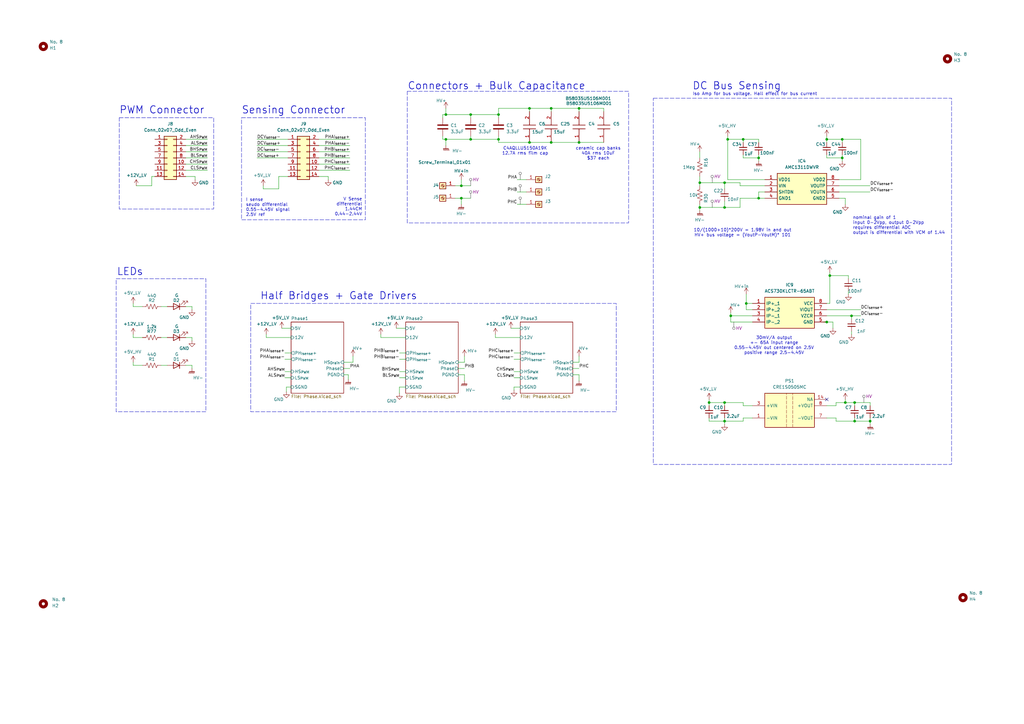
<source format=kicad_sch>
(kicad_sch (version 20231120) (generator "eeschema") (generator_version "8.0")
  (paper "A3")
  (title_block (title "High Efficiency Inverter"))
  (lib_symbols
    (symbol "ACS730KLCTR-30AB-T:ACS730KLCTR-30AB-T"
      (property "Reference" "IC" (at 26.67 7.62 0))
      (property "Value" "ACS730KLCTR-30AB-T" (at 26.67 5.08 0))
      (symbol "ACS730KLCTR-30AB-T_1_1"
        (pin passive line (at 0 0 0) (length 5.08) (name "IP+_1") (number "1"))
        (pin passive line (at 0 -2.54 0) (length 5.08) (name "IP+_2") (number "2"))
        (pin passive line (at 0 -5.08 0) (length 5.08) (name "IP-_1") (number "3"))
        (pin passive line (at 0 -7.62 0) (length 5.08) (name "IP-_2") (number "4"))
        (pin passive line (at 30.48 -7.62 180) (length 5.08) (name "GND") (number "5"))
        (pin passive line (at 30.48 -5.08 180) (length 5.08) (name "VZCR") (number "6"))
        (pin passive line (at 30.48 -2.54 180) (length 5.08) (name "VIOUT") (number "7"))
        (pin passive line (at 30.48 0 180) (length 5.08) (name "VCC") (number "8"))
      )
    )
    (symbol "AMC1311DWVR:AMC1311DWVR"
      (property "Reference" "IC" (at 26.67 7.62 0))
      (property "Value" "AMC1311DWVR" (at 26.67 5.08 0))
      (symbol "AMC1311DWVR_1_1"
        (pin passive line (at 0 0 0) (length 5.08) (name "VDD1") (number "1"))
        (pin passive line (at 0 -2.54 0) (length 5.08) (name "VIN") (number "2"))
        (pin passive line (at 0 -5.08 0) (length 5.08) (name "SHTDN") (number "3"))
        (pin passive line (at 0 -7.62 0) (length 5.08) (name "GND1") (number "4"))
        (pin passive line (at 30.48 -7.62 180) (length 5.08) (name "GND2") (number "5"))
        (pin passive line (at 30.48 -5.08 180) (length 5.08) (name "VOUTN") (number "6"))
        (pin passive line (at 30.48 -2.54 180) (length 5.08) (name "VOUTP") (number "7"))
        (pin passive line (at 30.48 0 180) (length 5.08) (name "VDD2") (number "8"))
      )
    )
    (symbol "B58035U5106M001:B58035U5106M001" (pin_names hide)
      (property "Reference" "C" (at 8.89 6.35 0))
      (property "Value" "B58035U5106M001" (at 8.89 3.81 0))
      (symbol "B58035U5106M001_1_1"
        (pin passive line (at 0 0 0) (length 5.08) (name "1") (number "1"))
        (pin passive line (at 12.7 0 180) (length 5.08) (name "2") (number "2"))
      )
    )
    (symbol "C4AQLLU5150A19K:C4AQLLU5150A19K" (pin_names hide)
      (property "Reference" "C" (at 8.89 6.35 0))
      (property "Value" "C4AQLLU5150A19K" (at 8.89 3.81 0))
      (symbol "C4AQLLU5150A19K_1_1"
        (pin passive line (at 0 0 0) (length 5.08) (name "1") (number "1"))
        (pin passive line (at 12.7 0 180) (length 5.08) (name "2") (number "2"))
      )
    )
    (symbol "CRE1S0505MC:CRE1S0505MC"
      (property "Reference" "PS1" (at 15.24 7.62 0))
      (property "Value" "CRE1S0505MC" (at 15.24 5.08 0))
      (symbol "CRE1S0505MC_1_1"
        (pin passive line (at 0 -7.62 0) (length 5.08) (name "-VIN") (number "1"))
        (pin passive line (at 30.48 0 180) (length 5.08) (name "NA") (number "14"))
        (pin passive line (at 0 -2.54 0) (length 5.08) (name "+VIN") (number "3"))
        (pin passive line (at 30.48 -7.62 180) (length 5.08) (name "-VOUT") (number "7"))
        (pin passive line (at 30.48 -2.54 180) (length 5.08) (name "+VOUT") (number "8"))
      )
    )
    (symbol "Connector:Screw_Terminal_01x01" (pin_names (offset 1.016) hide)
      (property "Reference" "J" (at 0 2.54 0))
      (property "Value" "Screw_Terminal_01x01" (at 0 -2.54 0))
      (symbol "Screw_Terminal_01x01_1_1"
        (pin passive line (at -5.08 0 0) (length 3.81) (name "Pin_1") (number "1"))
      )
    )
    (symbol "Connector_Generic:Conn_02x07_Odd_Even" (pin_names (offset 1.016) hide)
      (property "Reference" "J" (at 1.27 10.16 0))
      (property "Value" "Conn_02x07_Odd_Even" (at 1.27 -10.16 0))
      (symbol "Conn_02x07_Odd_Even_1_1"
        (pin passive line (at -5.08 7.62 0) (length 3.81) (name "Pin_1") (number "1"))
        (pin passive line (at 7.62 -2.54 180) (length 3.81) (name "Pin_10") (number "10"))
        (pin passive line (at -5.08 -5.08 0) (length 3.81) (name "Pin_11") (number "11"))
        (pin passive line (at 7.62 -5.08 180) (length 3.81) (name "Pin_12") (number "12"))
        (pin passive line (at -5.08 -7.62 0) (length 3.81) (name "Pin_13") (number "13"))
        (pin passive line (at 7.62 -7.62 180) (length 3.81) (name "Pin_14") (number "14"))
        (pin passive line (at 7.62 7.62 180) (length 3.81) (name "Pin_2") (number "2"))
        (pin passive line (at -5.08 5.08 0) (length 3.81) (name "Pin_3") (number "3"))
        (pin passive line (at 7.62 5.08 180) (length 3.81) (name "Pin_4") (number "4"))
        (pin passive line (at -5.08 2.54 0) (length 3.81) (name "Pin_5") (number "5"))
        (pin passive line (at 7.62 2.54 180) (length 3.81) (name "Pin_6") (number "6"))
        (pin passive line (at -5.08 0 0) (length 3.81) (name "Pin_7") (number "7"))
        (pin passive line (at 7.62 0 180) (length 3.81) (name "Pin_8") (number "8"))
        (pin passive line (at -5.08 -2.54 0) (length 3.81) (name "Pin_9") (number "9"))
      )
    )
    (symbol "Device:C" (pin_numbers hide) (pin_names (offset 0.254))
      (property "Reference" "C" (at 0.635 2.54 0))
      (property "Value" "C" (at 0.635 -2.54 0))
      (symbol "C_1_1"
        (pin passive line (at 0 3.81 270) (length 2.794) (name "~") (number "1"))
        (pin passive line (at 0 -3.81 90) (length 2.794) (name "~") (number "2"))
      )
    )
    (symbol "Device:C_Small" (pin_numbers hide) (pin_names (offset 0.254) hide)
      (property "Reference" "C" (at 0.254 1.778 0))
      (property "Value" "C_Small" (at 0.254 -2.032 0))
      (symbol "C_Small_1_1"
        (pin passive line (at 0 2.54 270) (length 2.032) (name "~") (number "1"))
        (pin passive line (at 0 -2.54 90) (length 2.032) (name "~") (number "2"))
      )
    )
    (symbol "Device:LED" (pin_numbers hide) (pin_names (offset 1.016) hide)
      (property "Reference" "D" (at 0 2.54 0))
      (property "Value" "LED" (at 0 -2.54 0))
      (symbol "LED_1_1"
        (pin passive line (at -3.81 0 0) (length 2.54) (name "K") (number "1"))
        (pin passive line (at 3.81 0 180) (length 2.54) (name "A") (number "2"))
      )
    )
    (symbol "Device:R_US" (pin_numbers hide) (pin_names (offset 0))
      (property "Reference" "R" (at 2.54 0 90))
      (property "Value" "R_US" (at -2.54 0 90))
      (symbol "R_US_1_1"
        (pin passive line (at 0 3.81 270) (length 1.27) (name "~") (number "1"))
        (pin passive line (at 0 -3.81 90) (length 1.27) (name "~") (number "2"))
      )
    )
    (symbol "Mechanical:MountingHole" (pin_names (offset 1.016))
      (property "Reference" "H" (at 0 5.08 0))
      (property "Value" "MountingHole" (at 0 3.175 0))
    )
    (symbol "power:+5V" (power) (pin_names (offset 0))
      (property "Value" "+5V" (at 0 3.556 0))
      (symbol "+5V_1_1"
        (pin power_in line (at 0 0 90) (length 0) hide (name "+5V") (number "1"))
      )
    )
    (symbol "power:GND" (power) (pin_names (offset 0))
      (property "Value" "GND" (at 0 -3.81 0))
      (symbol "GND_1_1"
        (pin power_in line (at 0 0 270) (length 0) hide (name "GND") (number "1"))
      )
    )
    (symbol "power:GNDPWR" (power) (pin_names (offset 0))
      (property "Value" "GNDPWR" (at 0 -3.302 0))
      (symbol "GNDPWR_1_1"
        (pin power_in line (at 0 0 270) (length 0) hide (name "GNDPWR") (number "1"))
      )
    )
    (symbol "power:VDC" (power) (pin_names (offset 0))
      (property "Value" "VDC" (at 0 6.35 0))
      (symbol "VDC_1_1"
        (pin power_in line (at 0 0 90) (length 0) hide (name "VDC") (number "1"))
      )
    )
  )
  (junction (at 298.45 57.15))
  (junction (at 193.04 57.15))
  (junction (at 297.18 85.09))
  (junction (at 350.52 172.72))
  (junction (at 346.71 165.1))
  (junction (at 297.18 172.72))
  (junction (at 204.47 57.15))
  (junction (at 189.23 76.2))
  (junction (at 356.87 172.72))
  (junction (at 339.09 57.15))
  (junction (at 193.04 46.99))
  (junction (at 349.25 129.54))
  (junction (at 345.44 57.15))
  (junction (at 350.52 165.1))
  (junction (at 339.09 132.08))
  (junction (at 237.49 44.45))
  (junction (at 204.47 46.99))
  (junction (at 297.18 74.93))
  (junction (at 287.02 74.93))
  (junction (at 226.06 58.42))
  (junction (at 217.17 58.42))
  (junction (at 217.17 44.45))
  (junction (at 287.02 85.09))
  (junction (at 311.15 64.77))
  (junction (at 340.36 113.03))
  (junction (at 345.44 64.77))
  (junction (at 304.8 57.15))
  (junction (at 182.88 57.15))
  (junction (at 182.88 46.99))
  (junction (at 189.23 81.28))
  (junction (at 226.06 44.45))
  (junction (at 237.49 58.42))
  (junction (at 299.72 129.54))
  (junction (at 290.83 165.1))
  (junction (at 311.15 81.28))
  (junction (at 297.18 165.1))
  (junction (at 306.07 124.46))
  (no_connect (at 339.09 163.83))
  (wire (pts (xy 54.61 124.46) (xy 54.61 125.73)))
  (wire (pts (xy 297.18 82.55) (xy 297.18 85.09)))
  (wire (pts (xy 190.5 153.67) (xy 187.96 153.67)))
  (wire (pts (xy 217.17 44.45) (xy 217.17 45.72)))
  (wire (pts (xy 204.47 44.45) (xy 217.17 44.45)))
  (wire (pts (xy 297.18 165.1) (xy 304.8 165.1)))
  (wire (pts (xy 353.06 73.66) (xy 353.06 57.15)))
  (wire (pts (xy 287.02 74.93) (xy 287.02 76.2)))
  (wire (pts (xy 80.01 72.39) (xy 80.01 73.66)))
  (wire (pts (xy 342.9 171.45) (xy 342.9 172.72)))
  (wire (pts (xy 76.2 57.15) (xy 85.09 57.15)))
  (wire (pts (xy 303.53 81.28) (xy 303.53 85.09)))
  (wire (pts (xy 68.58 125.73) (xy 66.04 125.73)))
  (wire (pts (xy 340.36 113.03) (xy 340.36 124.46)))
  (wire (pts (xy 313.69 78.74) (xy 311.15 78.74)))
  (wire (pts (xy 297.18 166.37) (xy 297.18 165.1)))
  (wire (pts (xy 130.81 64.77) (xy 143.51 64.77)))
  (wire (pts (xy 134.62 72.39) (xy 134.62 73.66)))
  (wire (pts (xy 346.71 163.83) (xy 346.71 165.1)))
  (wire (pts (xy 190.5 156.21) (xy 190.5 153.67)))
  (wire (pts (xy 142.875 153.67) (xy 140.97 153.67)))
  (wire (pts (xy 182.88 44.45) (xy 182.88 46.99)))
  (wire (pts (xy 193.04 55.88) (xy 193.04 57.15)))
  (wire (pts (xy 54.61 149.86) (xy 58.42 149.86)))
  (wire (pts (xy 78.74 151.13) (xy 78.74 149.86)))
  (wire (pts (xy 290.83 172.72) (xy 297.18 172.72)))
  (wire (pts (xy 297.18 172.72) (xy 297.18 171.45)))
  (wire (pts (xy 78.74 138.43) (xy 76.2 138.43)))
  (wire (pts (xy 181.61 46.99) (xy 181.61 48.26)))
  (wire (pts (xy 54.61 125.73) (xy 58.42 125.73)))
  (wire (pts (xy 341.63 132.08) (xy 341.63 134.62)))
  (wire (pts (xy 237.49 58.42) (xy 247.65 58.42)))
  (wire (pts (xy 339.09 64.77) (xy 345.44 64.77)))
  (wire (pts (xy 78.74 125.73) (xy 76.2 125.73)))
  (wire (pts (xy 105.41 59.69) (xy 118.11 59.69)))
  (wire (pts (xy 234.95 151.13) (xy 237.49 151.13)))
  (wire (pts (xy 212.1253 78.74) (xy 215.9 78.74)))
  (wire (pts (xy 350.52 172.72) (xy 356.87 172.72)))
  (wire (pts (xy 163.83 152.4) (xy 166.37 152.4)))
  (wire (pts (xy 306.07 120.65) (xy 306.07 124.46)))
  (wire (pts (xy 162.56 134.62) (xy 166.37 134.62)))
  (wire (pts (xy 210.82 158.75) (xy 210.82 160.02)))
  (wire (pts (xy 342.9 166.37) (xy 342.9 165.1)))
  (wire (pts (xy 339.09 124.46) (xy 340.36 124.46)))
  (wire (pts (xy 345.44 64.77) (xy 345.44 66.04)))
  (wire (pts (xy 54.61 137.16) (xy 54.61 138.43)))
  (wire (pts (xy 163.83 158.75) (xy 166.37 158.75)))
  (wire (pts (xy 181.61 57.15) (xy 182.88 57.15)))
  (wire (pts (xy 237.49 153.67) (xy 234.95 153.67)))
  (wire (pts (xy 142.875 155.575) (xy 142.875 153.67)))
  (wire (pts (xy 62.23 72.39) (xy 62.23 76.2)))
  (wire (pts (xy 226.06 44.45) (xy 226.06 45.72)))
  (wire (pts (xy 109.22 138.43) (xy 119.38 138.43)))
  (wire (pts (xy 193.04 46.99) (xy 193.04 48.26)))
  (wire (pts (xy 340.36 111.76) (xy 340.36 113.03)))
  (wire (pts (xy 298.45 57.15) (xy 298.45 73.66)))
  (wire (pts (xy 76.2 62.23) (xy 85.09 62.23)))
  (wire (pts (xy 350.52 165.1) (xy 350.52 166.37)))
  (wire (pts (xy 189.23 81.28) (xy 189.23 83.82)))
  (wire (pts (xy 210.82 144.78) (xy 213.36 144.78)))
  (wire (pts (xy 193.04 46.99) (xy 204.47 46.99)))
  (wire (pts (xy 298.45 57.15) (xy 304.8 57.15)))
  (wire (pts (xy 187.96 151.13) (xy 190.5 151.13)))
  (wire (pts (xy 181.61 46.99) (xy 182.88 46.99)))
  (wire (pts (xy 287.02 85.09) (xy 297.18 85.09)))
  (wire (pts (xy 76.2 64.77) (xy 85.09 64.77)))
  (wire (pts (xy 130.81 59.69) (xy 143.51 59.69)))
  (wire (pts (xy 344.17 76.2) (xy 356.87 76.2)))
  (wire (pts (xy 297.18 74.93) (xy 303.53 74.93)))
  (wire (pts (xy 54.61 148.59) (xy 54.61 149.86)))
  (wire (pts (xy 189.23 81.28) (xy 193.04 81.28)))
  (wire (pts (xy 306.07 127) (xy 308.61 127)))
  (wire (pts (xy 114.3 77.47) (xy 107.95 77.47)))
  (wire (pts (xy 299.72 128.27) (xy 299.72 129.54)))
  (wire (pts (xy 80.01 72.39) (xy 76.2 72.39)))
  (wire (pts (xy 78.74 139.7) (xy 78.74 138.43)))
  (wire (pts (xy 297.18 85.09) (xy 303.53 85.09)))
  (wire (pts (xy 347.98 113.03) (xy 340.36 113.03)))
  (wire (pts (xy 297.18 172.72) (xy 304.8 172.72)))
  (wire (pts (xy 226.06 58.42) (xy 237.49 58.42)))
  (wire (pts (xy 237.49 148.59) (xy 234.95 148.59)))
  (wire (pts (xy 144.78 148.59) (xy 140.97 148.59)))
  (wire (pts (xy 130.81 62.23) (xy 143.51 62.23)))
  (wire (pts (xy 356.87 172.72) (xy 356.87 173.99)))
  (wire (pts (xy 212.09 73.66) (xy 215.9 73.66)))
  (wire (pts (xy 105.41 62.23) (xy 118.11 62.23)))
  (wire (pts (xy 290.83 165.1) (xy 297.18 165.1)))
  (wire (pts (xy 209.55 134.62) (xy 213.36 134.62)))
  (wire (pts (xy 298.45 73.66) (xy 313.69 73.66)))
  (wire (pts (xy 130.81 72.39) (xy 134.62 72.39)))
  (wire (pts (xy 287.02 83.82) (xy 287.02 85.09)))
  (wire (pts (xy 339.09 166.37) (xy 342.9 166.37)))
  (wire (pts (xy 311.15 58.42) (xy 311.15 57.15)))
  (wire (pts (xy 344.17 81.28) (xy 346.71 81.28)))
  (wire (pts (xy 190.5 148.59) (xy 187.96 148.59)))
  (wire (pts (xy 189.23 76.2) (xy 193.04 76.2)))
  (wire (pts (xy 115.57 134.62) (xy 119.38 134.62)))
  (wire (pts (xy 116.84 144.78) (xy 119.38 144.78)))
  (wire (pts (xy 76.2 67.31) (xy 85.09 67.31)))
  (wire (pts (xy 78.74 127) (xy 78.74 125.73)))
  (wire (pts (xy 109.22 137.16) (xy 109.22 138.43)))
  (wire (pts (xy 311.15 64.77) (xy 311.15 63.5)))
  (wire (pts (xy 350.52 165.1) (xy 356.87 165.1)))
  (wire (pts (xy 105.41 64.77) (xy 118.11 64.77)))
  (wire (pts (xy 163.83 147.32) (xy 166.37 147.32)))
  (wire (pts (xy 290.83 163.83) (xy 290.83 165.1)))
  (wire (pts (xy 311.15 78.74) (xy 311.15 81.28)))
  (wire (pts (xy 287.02 74.93) (xy 297.18 74.93)))
  (wire (pts (xy 117.475 158.75) (xy 119.38 158.75)))
  (wire (pts (xy 156.21 137.16) (xy 156.21 138.43)))
  (wire (pts (xy 304.8 57.15) (xy 311.15 57.15)))
  (wire (pts (xy 344.17 78.74) (xy 356.87 78.74)))
  (wire (pts (xy 213.36 138.43) (xy 203.2 138.43)))
  (wire (pts (xy 337.82 132.08) (xy 339.09 132.08)))
  (wire (pts (xy 345.44 58.42) (xy 345.44 57.15)))
  (wire (pts (xy 204.47 46.99) (xy 204.47 44.45)))
  (wire (pts (xy 349.25 129.54) (xy 349.25 130.81)))
  (wire (pts (xy 163.83 161.29) (xy 163.83 158.75)))
  (wire (pts (xy 356.87 166.37) (xy 356.87 165.1)))
  (wire (pts (xy 342.9 172.72) (xy 350.52 172.72)))
  (wire (pts (xy 130.81 67.31) (xy 143.51 67.31)))
  (wire (pts (xy 107.95 76.2) (xy 107.95 77.47)))
  (wire (pts (xy 212.09 83.82) (xy 215.9 83.82)))
  (wire (pts (xy 311.15 64.77) (xy 311.15 66.04)))
  (wire (pts (xy 237.49 44.45) (xy 247.65 44.45)))
  (wire (pts (xy 345.44 57.15) (xy 353.06 57.15)))
  (wire (pts (xy 304.8 166.37) (xy 308.61 166.37)))
  (wire (pts (xy 210.82 158.75) (xy 213.36 158.75)))
  (wire (pts (xy 356.87 172.72) (xy 356.87 171.45)))
  (wire (pts (xy 130.81 57.15) (xy 143.51 57.15)))
  (wire (pts (xy 339.09 127) (xy 353.06 127)))
  (wire (pts (xy 313.69 81.28) (xy 311.15 81.28)))
  (wire (pts (xy 339.09 63.5) (xy 339.09 64.77)))
  (wire (pts (xy 182.88 57.15) (xy 182.88 59.69)))
  (wire (pts (xy 204.47 48.26) (xy 204.47 46.99)))
  (wire (pts (xy 347.98 113.03) (xy 347.98 114.3)))
  (wire (pts (xy 344.17 73.66) (xy 353.06 73.66)))
  (wire (pts (xy 105.41 57.15) (xy 118.11 57.15)))
  (wire (pts (xy 76.2 59.69) (xy 85.09 59.69)))
  (wire (pts (xy 204.47 58.42) (xy 217.17 58.42)))
  (wire (pts (xy 189.23 76.2) (xy 189.23 73.66)))
  (wire (pts (xy 304.8 63.5) (xy 304.8 64.77)))
  (wire (pts (xy 116.84 147.32) (xy 119.38 147.32)))
  (wire (pts (xy 303.53 81.28) (xy 311.15 81.28)))
  (wire (pts (xy 210.82 152.4) (xy 213.36 152.4)))
  (wire (pts (xy 350.52 171.45) (xy 350.52 172.72)))
  (wire (pts (xy 349.25 137.16) (xy 349.25 135.89)))
  (wire (pts (xy 339.09 57.15) (xy 339.09 58.42)))
  (wire (pts (xy 117.475 160.655) (xy 117.475 158.75)))
  (wire (pts (xy 304.8 171.45) (xy 304.8 172.72)))
  (wire (pts (xy 306.07 124.46) (xy 308.61 124.46)))
  (wire (pts (xy 299.72 129.54) (xy 308.61 129.54)))
  (wire (pts (xy 237.49 156.21) (xy 237.49 153.67)))
  (wire (pts (xy 189.23 76.2) (xy 186.69 76.2)))
  (wire (pts (xy 144.78 148.59) (xy 144.78 146.05)))
  (wire (pts (xy 287.02 62.23) (xy 287.02 64.77)))
  (wire (pts (xy 226.06 44.45) (xy 237.49 44.45)))
  (wire (pts (xy 299.72 132.08) (xy 308.61 132.08)))
  (wire (pts (xy 237.49 45.72) (xy 237.49 44.45)))
  (wire (pts (xy 339.09 55.88) (xy 339.09 57.15)))
  (wire (pts (xy 166.37 138.43) (xy 156.21 138.43)))
  (wire (pts (xy 204.47 57.15) (xy 204.47 58.42)))
  (wire (pts (xy 163.83 144.78) (xy 166.37 144.78)))
  (wire (pts (xy 63.5 72.39) (xy 62.23 72.39)))
  (wire (pts (xy 349.25 129.54) (xy 353.06 129.54)))
  (wire (pts (xy 116.84 152.4) (xy 119.38 152.4)))
  (wire (pts (xy 217.17 58.42) (xy 226.06 58.42)))
  (wire (pts (xy 204.47 57.15) (xy 204.47 55.88)))
  (wire (pts (xy 182.88 57.15) (xy 193.04 57.15)))
  (wire (pts (xy 306.07 124.46) (xy 306.07 127)))
  (wire (pts (xy 193.04 57.15) (xy 204.47 57.15)))
  (wire (pts (xy 287.02 72.39) (xy 287.02 74.93)))
  (wire (pts (xy 297.18 74.93) (xy 297.18 77.47)))
  (wire (pts (xy 54.61 138.43) (xy 58.42 138.43)))
  (wire (pts (xy 290.83 171.45) (xy 290.83 172.72)))
  (wire (pts (xy 339.09 57.15) (xy 345.44 57.15)))
  (wire (pts (xy 210.82 147.32) (xy 213.36 147.32)))
  (wire (pts (xy 210.82 154.94) (xy 213.36 154.94)))
  (wire (pts (xy 290.83 165.1) (xy 290.83 166.37)))
  (wire (pts (xy 163.83 154.94) (xy 166.37 154.94)))
  (wire (pts (xy 203.2 137.16) (xy 203.2 138.43)))
  (wire (pts (xy 68.58 149.86) (xy 66.04 149.86)))
  (wire (pts (xy 347.98 119.38) (xy 347.98 120.65)))
  (wire (pts (xy 55.88 76.2) (xy 62.23 76.2)))
  (wire (pts (xy 68.58 138.43) (xy 66.04 138.43)))
  (wire (pts (xy 140.97 151.13) (xy 143.51 151.13)))
  (wire (pts (xy 118.11 72.39) (xy 114.3 72.39)))
  (wire (pts (xy 346.71 165.1) (xy 350.52 165.1)))
  (wire (pts (xy 339.09 171.45) (xy 342.9 171.45)))
  (wire (pts (xy 345.44 64.77) (xy 345.44 63.5)))
  (wire (pts (xy 303.53 76.2) (xy 313.69 76.2)))
  (wire (pts (xy 304.8 165.1) (xy 304.8 166.37)))
  (wire (pts (xy 342.9 165.1) (xy 346.71 165.1)))
  (wire (pts (xy 304.8 64.77) (xy 311.15 64.77)))
  (wire (pts (xy 217.17 44.45) (xy 226.06 44.45)))
  (wire (pts (xy 182.88 46.99) (xy 193.04 46.99)))
  (wire (pts (xy 304.8 57.15) (xy 304.8 58.42)))
  (wire (pts (xy 299.72 129.54) (xy 299.72 132.08)))
  (wire (pts (xy 303.53 74.93) (xy 303.53 76.2)))
  (wire (pts (xy 297.18 172.72) (xy 297.18 173.99)))
  (wire (pts (xy 116.84 154.94) (xy 119.38 154.94)))
  (wire (pts (xy 181.61 57.15) (xy 181.61 55.88)))
  (wire (pts (xy 76.2 69.85) (xy 85.09 69.85)))
  (wire (pts (xy 114.3 72.39) (xy 114.3 77.47)))
  (wire (pts (xy 186.69 81.28) (xy 189.23 81.28)))
  (wire (pts (xy 339.09 129.54) (xy 349.25 129.54)))
  (wire (pts (xy 287.02 85.09) (xy 287.02 86.36)))
  (wire (pts (xy 190.5 146.05) (xy 190.5 148.59)))
  (wire (pts (xy 78.74 149.86) (xy 76.2 149.86)))
  (wire (pts (xy 346.71 81.28) (xy 346.71 83.82)))
  (wire (pts (xy 130.81 69.85) (xy 143.51 69.85)))
  (wire (pts (xy 339.09 132.08) (xy 341.63 132.08)))
  (wire (pts (xy 247.65 45.72) (xy 247.65 44.45)))
  (wire (pts (xy 308.61 171.45) (xy 304.8 171.45)))
  (wire (pts (xy 298.45 55.88) (xy 298.45 57.15)))
  (wire (pts (xy 237.49 146.05) (xy 237.49 148.59)))
  (rectangle (start 47.625 114.3) (end 84.455 168.91) (stroke (width 0) (type dash)))
  (rectangle (start 99.06 48.26) (end 149.86 90.17) (stroke (width 0) (type dash)))
  (rectangle (start 167.005 37.465) (end 257.81 91.44) (stroke (width 0) (type dash)))
  (rectangle (start 267.97 40.259) (end 390.271 190.5) (stroke (width 0) (type dash)))
  (rectangle (start 48.895 48.26) (end 87.63 85.725) (stroke (width 0) (type dash)))
  (rectangle (start 102.87 124.46) (end 252.73 168.91) (stroke (width 0) (type dash)))
  (text "Half Bridges + Gate Drivers" (at 106.68 123.19 0) (effects (font (size 3 3) (thickness 0.254) (bold yes)) (justify left bottom)))
  (text "30mV/A output\n+- 65A input range\n0.55-4.45V out centered on 2.5V\npositive range 2.5-4.45V" (at 317.5 141.732 0) (effects (font (size 1.27 1.27))))
  (text "V Sense\ndifferential\n1.44CM\n0.44-2.44V" (at 148.59 84.836 0) (effects (font (size 1.27 1.27)) (justify right)))
  (text "C4AQLLU5150A19K\n12.7A rms film cap" (at 215.392 61.976 0) (effects (font (size 1.27 1.27))))
  (text "PWM Connector" (at 48.895 46.99 0) (effects (font (size 3 3) (thickness 0.254) (bold yes)) (justify left bottom)))
  (text "Iso Amp for bus voltage. Hall effect for bus current" (at 309.626 38.608 0) (effects (font (size 1.27 1.27))))
  (text "LEDs" (at 47.879 113.284 0) (effects (font (size 3 3) (thickness 0.254) (bold yes)) (justify left bottom)))
  (text "DC Bus Sensing\n" (at 283.972 37.084 0) (effects (font (size 3 3) (thickness 0.254) (bold yes)) (justify left bottom)))
  (text "ceramic cap banks\n40A rms 10uF\n$37 each" (at 245.364 62.992 0) (effects (font (size 1.27 1.27))))
  (text "Sensing Connector" (at 99.06 46.99 0) (effects (font (size 3 3) (thickness 0.254) (bold yes)) (justify left bottom)))
  (text "Connectors + Bulk Capacitance" (at 167.132 37.084 0) (effects (font (size 3 3) (thickness 0.254) (bold yes)) (justify left bottom)))
  (text "I sense\nseudo differential\n0.55-4.45V signal\n2.5V ref\n" (at 100.838 85.09 0) (effects (font (size 1.27 1.27)) (justify left)))
  (text "10/(1000+10)*200V = 1.98V in and out\nHV+ bus voltage = (VoutP-VoutM)* 101\n" (at 304.546 95.504 0) (effects (font (size 1.27 1.27))))
  (text "nominal gain of 1\ninput 0-2Vpp, output 0-2Vpp\nrequires differential ADC\noutput is differential with VCM of 1.44" (at 349.758 92.456 0) (effects (font (size 1.27 1.27)) (justify left)))
  (label "PHBI_{sense}+" (at 163.83 144.78 180))
  (label "DCV_{sense}-" (at 105.41 57.15 0))
  (label "DCV_{sense}-" (at 356.87 78.74 0))
  (label "DCI_{sense}-" (at 353.06 129.54 0))
  (label "AHS_{PWM}" (at 116.84 152.4 180))
  (label "PHBI_{sense}-" (at 143.51 64.77 180))
  (label "DCI_{sense}+" (at 353.06 127 0))
  (label "AHS_{PWM}" (at 85.09 57.15 180))
  (label "PHCI_{sense}+" (at 143.51 67.31 180))
  (label "CLS_{PWM}" (at 85.09 69.85 180))
  (label "PHA" (at 212.09 73.66 180))
  (label "PHAI_{sense}+" (at 116.84 144.78 180))
  (label "PHC" (at 212.09 83.82 180))
  (label "DCV_{sense}+" (at 105.41 59.69 0))
  (label "ALS_{PWM}" (at 85.09 59.69 180))
  (label "CHS_{PWM}" (at 85.09 67.31 180))
  (label "PHBI_{sense}+" (at 143.51 62.23 180))
  (label "PHAI_{sense}-" (at 116.84 147.32 180))
  (label "PHB" (at 190.5 151.13 0))
  (label "PHCI_{sense}-" (at 210.82 147.32 180))
  (label "ALS_{PWM}" (at 116.84 154.94 180))
  (label "BLS_{PWM}" (at 163.83 154.94 180))
  (label "PHAI_{sense}-" (at 143.51 59.69 180))
  (label "PHBI_{sense}-" (at 163.83 147.32 180))
  (label "BHS_{PWM}" (at 163.83 152.4 180))
  (label "PHA" (at 143.51 151.13 0))
  (label "PHCI_{sense}+" (at 210.82 144.78 180))
  (label "DCV_{sense}+" (at 356.87 76.2 0))
  (label "BLS_{PWM}" (at 85.09 64.77 180))
  (label "PHCI_{sense}-" (at 143.51 69.85 180))
  (label "CHS_{PWM}" (at 210.82 152.4 180))
  (label "BHS_{PWM}" (at 85.09 62.23 180))
  (label "CLS_{PWM}" (at 210.82 154.94 180))
  (label "PHAI_{sense}+" (at 143.51 57.15 180))
  (label "PHB" (at 212.1253 78.74 180))
  (label "DCI_{sense}+" (at 105.41 64.77 0))
  (label "PHC" (at 237.49 151.13 0))
  (label "DCI_{sense}-" (at 105.41 62.23 0))
  (netclass_flag "" (length 2.54) (shape round) (at 292.1 74.93 0) (property "Netclass" "HV" (at 292.7985 72.39 0) (effects (font (italic yes)) (justify left))))
  (netclass_flag "" (length 2.54) (shape round) (at 193.04 76.2 0) (property "Netclass" "HV" (at 193.7385 73.66 0) (effects (font (italic yes)) (justify left))))
  (netclass_flag "" (length 2.54) (shape round) (at 300.99 132.08 180) (property "Netclass" "HV" (at 301.6885 134.62 0) (effects (font (italic yes)) (justify left))))
  (netclass_flag "" (length 2.54) (shape round) (at 292.1 85.09 0) (property "Netclass" "HV" (at 292.7985 82.55 0) (effects (font (italic yes)) (justify left))))
  (netclass_flag "" (length 2.54) (shape round) (at 213.36 78.74 0) (property "Netclass" "HV" (effects (hide yes))))
  (netclass_flag "" (length 2.54) (shape round) (at 354.33 165.1 0) (property "Netclass" "HV" (at 355.0285 162.56 0) (effects (font (italic yes)) (justify left))))
  (netclass_flag "" (length 2.54) (shape round) (at 213.36 73.66 0) (property "Netclass" "HV" (effects (hide yes))))
  (netclass_flag "" (length 2.54) (shape round) (at 213.36 83.82 0) (property "Netclass" "HV" (effects (hide yes))))
  (netclass_flag "" (length 2.54) (shape round) (at 193.04 81.28 0) (property "Netclass" "HV" (at 193.7385 78.74 0) (effects (font (italic yes)) (justify left))))
  (symbol (lib_id "Mechanical:MountingHole") (at 394.97 245.11 270) (mirror x) (unit 1)
    (property "Reference" "H4" (at 397.51 245.745 90) (effects (justify left)))
    (property "Value" "No. 8" (at 397.51 243.205 90) (effects (justify left)))
    (property "Footprint" "MountingHole:MountingHole_2.1mm" (effects (hide yes)))
  )
  (symbol (lib_id "power:VDC") (at 237.49 146.05 0) (unit 1)
    (property "Reference" "#PWR024" (effects (hide yes)))
    (property "Value" "HV+" (at 239.395 142.875 0))
  )
  (symbol (lib_id "power:+5V") (at 156.21 137.16 0) (unit 1)
    (property "Reference" "#PWR022" (effects (hide yes)))
    (property "Value" "+12V_LV" (at 152.146 132.842 0) (effects (justify left)))
  )
  (symbol (lib_id "power:+5V") (at 290.83 163.83 0) (unit 1)
    (property "Reference" "#PWR028" (effects (hide yes)))
    (property "Value" "+5V_LV" (at 286.766 159.512 0) (effects (justify left)))
  )
  (symbol (lib_id "power:VDC") (at 190.5 146.05 0) (unit 1)
    (property "Reference" "#PWR018" (effects (hide yes)))
    (property "Value" "HV+" (at 193.802 143.891 0))
  )
  (symbol (lib_id "power:GND") (at 117.475 160.655 0) (unit 1)
    (property "Reference" "#PWR011" (effects (hide yes)))
    (property "Value" "GND" (at 114.3 163.83 0))
  )
  (symbol (lib_id "power:+5V") (at 109.22 137.16 0) (unit 1)
    (property "Reference" "#PWR010" (effects (hide yes)))
    (property "Value" "+12V_LV" (at 105.156 132.842 0) (effects (justify left)))
  )
  (symbol (lib_id "power:VDC") (at 144.78 146.05 0) (unit 1)
    (property "Reference" "#PWR014" (effects (hide yes)))
    (property "Value" "HV+" (at 146.685 142.875 0))
  )
  (symbol (lib_id "power:VDC") (at 287.02 62.23 0) (mirror y) (unit 1)
    (property "Reference" "#PWR040" (effects (hide yes)))
    (property "Value" "HV+" (at 285.115 59.055 0))
  )
  (symbol (lib_id "power:+5V") (at 162.56 134.62 0) (unit 1)
    (property "Reference" "#PWR029" (effects (hide yes)))
    (property "Value" "+5V_LV" (at 158.496 130.302 0) (effects (justify left)))
  )
  (symbol (lib_id "Connector:Screw_Terminal_01x01") (at 220.98 78.74 0) (unit 1)
    (property "Reference" "J1" (at 223.52 77.4699 0) (effects (justify left)))
    (property "Value" "Screw_Terminal_01x01" (effects (hide yes)))
    (property "Footprint" "MountingHole:MountingHole_4.3mm_M4_Pad" (effects (hide yes)))
    (property "Description" "Generic screw terminal, single row, 01x01, script generated (kicad-library-utils/schlib/autogen/connector/)" (effects (hide yes)))
  )
  (symbol (lib_id "power:+5V") (at 55.88 76.2 0) (unit 1)
    (property "Reference" "#PWR08" (effects (hide yes)))
    (property "Value" "+12V_LV" (at 51.816 71.882 0) (effects (justify left)))
  )
  (symbol (lib_id "Device:C_Small") (at 311.15 60.96 180) (unit 1)
    (property "Reference" "C37" (at 308.61 59.182 0))
    (property "Value" "100nF" (at 314.706 62.738 0))
    (property "Footprint" "Capacitor_SMD:C_0603_1608Metric_Pad1.08x0.95mm_HandSolder" (effects (hide yes)))
    (property "Description" "Unpolarized capacitor, small symbol" (effects (hide yes)))
  )
  (symbol (lib_id "Device:C_Small") (at 350.52 168.91 180) (unit 1)
    (property "Reference" "C7" (at 347.98 167.132 0))
    (property "Value" "1uF" (at 352.806 170.942 0))
    (property "Footprint" "Capacitor_SMD:C_0603_1608Metric_Pad1.08x0.95mm_HandSolder" (effects (hide yes)))
    (property "Description" "Unpolarized capacitor, small symbol" (effects (hide yes)))
  )
  (symbol (lib_id "power:GND") (at 78.74 139.7 0) (unit 1)
    (property "Reference" "#PWR027" (effects (hide yes)))
    (property "Value" "GND" (at 75.565 142.875 0))
  )
  (symbol (lib_id "C4AQLLU5150A19K:C4AQLLU5150A19K") (at 217.17 58.42 90) (unit 1)
    (property "Reference" "C6" (at 220.98 50.7999 90) (effects (justify right)))
    (property "Value" "15uF" (at 218.186 54.102 90) (effects (justify right)))
    (property "Footprint" "C4AQLLU5150A19K _KiCad:C4AQLLU5150A19K" (effects (hide yes)))
    (property "Datasheet" "https://www.kemet.com/specsheet/C4AQLLU5150A19K" (effects (hide yes)))
    (property "Description" "C4AQ, Film, Metallized Polypropylene, Automotive DC Link, 15 uF, 10%, 500 VDC, 105C, -55C, 70C, 2 GOhms, 10 V/us, 16 nH, 28.6 g, 32mm, 19mm, 31mm, Lead Spacing = 27.5mm, 80" (effects (hide yes)))
    (property "Height" "19.2" (effects (hide yes)))
    (property "Manufacturer_Name" "KEMET" (effects (hide yes)))
    (property "Manufacturer_Part_Number" "C4AQLLU5150A19K" (effects (hide yes)))
    (property "Mouser Part Number" "80-C4AQLLU5150A19K" (effects (hide yes)))
    (property "Mouser Price/Stock" "https://www.mouser.co.uk/ProductDetail/KEMET/C4AQLLU5150A19K?qs=OlC7AqGiEDn77NeU4Ri2AA%3D%3D" (effects (hide yes)))
  )
  (symbol (lib_id "power:GNDPWR") (at 182.88 59.69 0) (mirror y) (unit 1)
    (property "Reference" "#PWR07" (effects (hide yes)))
    (property "Value" "HV-" (at 187.579 61.849 0))
  )
  (symbol (lib_id "power:+5V") (at 54.61 148.59 0) (unit 1)
    (property "Reference" "#PWR032" (effects (hide yes)))
    (property "Value" "+5V_HV" (at 50.546 144.272 0) (effects (justify left)))
  )
  (symbol (lib_id "power:GND") (at 297.18 173.99 0) (unit 1)
    (property "Reference" "#PWR031" (effects (hide yes)))
    (property "Value" "GND" (at 294.005 177.165 0))
  )
  (symbol (lib_id "power:GND") (at 78.74 127 0) (unit 1)
    (property "Reference" "#PWR012" (effects (hide yes)))
    (property "Value" "GND" (at 75.565 130.175 0))
  )
  (symbol (lib_id "power:GNDPWR") (at 356.87 173.99 0) (mirror y) (unit 1)
    (property "Reference" "#PWR016" (effects (hide yes)))
    (property "Value" "HV-" (at 356.87 177.8 0))
  )
  (symbol (lib_id "Connector:Screw_Terminal_01x01") (at 220.98 83.82 0) (unit 1)
    (property "Reference" "J3" (at 223.52 82.5499 0) (effects (justify left)))
    (property "Value" "Screw_Terminal_01x01" (effects (hide yes)))
    (property "Footprint" "MountingHole:MountingHole_4.3mm_M4_Pad" (effects (hide yes)))
    (property "Description" "Generic screw terminal, single row, 01x01, script generated (kicad-library-utils/schlib/autogen/connector/)" (effects (hide yes)))
  )
  (symbol (lib_id "Device:LED") (at 72.39 125.73 180) (unit 1)
    (property "Reference" "D2" (at 70.993 123.19 0) (effects (justify right)))
    (property "Value" "G" (at 71.755 121.158 0) (effects (justify right)))
    (property "Footprint" "LED_SMD:LED_0603_1608Metric_Pad1.05x0.95mm_HandSolder" (effects (hide yes)))
    (property "Datasheet" "https://www.digikey.com/en/products/detail/liteon/LTST-C193TGKT-5A/2356246" (effects (hide yes)))
  )
  (symbol (lib_id "power:GNDPWR") (at 237.49 156.21 0) (unit 1)
    (property "Reference" "#PWR025" (effects (hide yes)))
    (property "Value" "HV-" (at 240.03 160.02 0))
  )
  (symbol (lib_id "power:GND") (at 163.83 161.29 0) (unit 1)
    (property "Reference" "#PWR017" (effects (hide yes)))
    (property "Value" "GND" (at 160.655 164.465 0))
  )
  (symbol (lib_id "power:GNDPWR") (at 142.875 155.575 0) (unit 1)
    (property "Reference" "#PWR015" (effects (hide yes)))
    (property "Value" "HV-" (at 145.415 159.385 0))
  )
  (symbol (lib_id "Device:R_US") (at 62.23 125.73 270) (unit 1)
    (property "Reference" "R2" (at 62.23 123.19 90))
    (property "Value" "440" (at 62.23 121.285 90))
    (property "Footprint" "Resistor_SMD:R_0603_1608Metric_Pad0.98x0.95mm_HandSolder" (effects (hide yes)))
    (property "Datasheet" "https://www.digikey.com/en/products/detail/panasonic-electronic-components/ERA-3AEB471V/1465846" (effects (hide yes)))
  )
  (symbol (lib_id "Device:C_Small") (at 349.25 133.35 0) (mirror y) (unit 1)
    (property "Reference" "C12" (at 354.584 131.572 0) (effects (justify left)))
    (property "Value" "1nF" (at 355.092 135.89 0) (effects (justify left)))
    (property "Footprint" "Capacitor_SMD:C_0603_1608Metric_Pad1.08x0.95mm_HandSolder" (effects (hide yes)))
    (property "Datasheet" "https://www.digikey.com/en/products/detail/kyocera-avx/KGM15BR71H104KT/1600046" (effects (hide yes)))
  )
  (symbol (lib_id "Mechanical:MountingHole") (at 388.62 24.13 270) (mirror x) (unit 1)
    (property "Reference" "H3" (at 391.16 24.765 90) (effects (justify left)))
    (property "Value" "No. 8" (at 391.16 22.225 90) (effects (justify left)))
    (property "Footprint" "MountingHole:MountingHole_2.1mm" (effects (hide yes)))
  )
  (symbol (lib_id "Device:C_Small") (at 290.83 168.91 180) (unit 1)
    (property "Reference" "C9" (at 288.29 167.132 0))
    (property "Value" "1uF" (at 293.116 170.942 0))
    (property "Footprint" "Capacitor_SMD:C_0603_1608Metric_Pad1.08x0.95mm_HandSolder" (effects (hide yes)))
    (property "Description" "Unpolarized capacitor, small symbol" (effects (hide yes)))
  )
  (symbol (lib_id "power:GNDPWR") (at 311.15 66.04 0) (mirror y) (unit 1)
    (property "Reference" "#PWR042" (effects (hide yes)))
    (property "Value" "HV-" (at 311.15 69.85 0))
  )
  (symbol (lib_id "power:+5V") (at 209.55 134.62 0) (unit 1)
    (property "Reference" "#PWR030" (effects (hide yes)))
    (property "Value" "+5V_LV" (at 205.486 130.302 0) (effects (justify left)))
  )
  (symbol (lib_id "power:+5V") (at 339.09 55.88 0) (unit 1)
    (property "Reference" "#PWR043" (effects (hide yes)))
    (property "Value" "+5V_LV" (at 335.026 51.562 0) (effects (justify left)))
  )
  (symbol (lib_id "Connector:Screw_Terminal_01x01") (at 220.98 73.66 0) (unit 1)
    (property "Reference" "J2" (at 223.52 72.3899 0) (effects (justify left)))
    (property "Value" "Screw_Terminal_01x01" (effects (hide yes)))
    (property "Footprint" "MountingHole:MountingHole_4.3mm_M4_Pad" (effects (hide yes)))
    (property "Description" "Generic screw terminal, single row, 01x01, script generated (kicad-library-utils/schlib/autogen/connector/)" (effects (hide yes)))
  )
  (symbol (lib_id "Connector_Generic:Conn_02x07_Odd_Even") (at 68.58 64.77 0) (unit 1)
    (property "Reference" "J8" (at 69.85 50.8 0))
    (property "Value" "Conn_02x07_Odd_Even" (at 69.85 53.34 0))
    (property "Footprint" "Connector_PinSocket_2.54mm:PinSocket_2x07_P2.54mm_Vertical" (effects (hide yes)))
    (property "Description" "Generic connector, double row, 02x07, odd/even pin numbering scheme (row 1 odd numbers, row 2 even numbers), script generated (kicad-library-utils/schlib/autogen/connector/)" (effects (hide yes)))
  )
  (symbol (lib_id "Device:C") (at 181.61 52.07 0) (unit 1)
    (property "Reference" "C1" (at 184.785 51.435 0) (effects (justify left)))
    (property "Value" "3.3uF" (at 184.785 53.975 0) (effects (justify left)))
    (property "Footprint" "GTSR:CAP_6050_TDK" (effects (hide yes)))
    (property "Datasheet" "https://www.digikey.com/en/products/detail/tdk-corporation/CKG57NX7T2E335M500JH/2674910" (effects (hide yes)))
  )
  (symbol (lib_id "power:+5V") (at 54.61 137.16 0) (unit 1)
    (property "Reference" "#PWR021" (effects (hide yes)))
    (property "Value" "+12V_LV" (at 50.546 132.842 0) (effects (justify left)))
  )
  (symbol (lib_id "B58035U5106M001:B58035U5106M001") (at 247.65 58.42 90) (unit 1)
    (property "Reference" "C5" (at 251.46 50.7999 90) (effects (justify right)))
    (property "Value" "B58035U5106M001" (at 231.902 40.386 90) (effects (justify right)))
    (property "Footprint" "B58035U5106M001_KiCad:B58035U5106M001" (effects (hide yes)))
    (property "Datasheet" "https://product.tdk.com/system/files/dam/doc/product/capacitor/ceramic/ceralink/data_sheet/20/10/ds/b58035_fa.pdf" (effects (hide yes)))
    (property "Description" "Specialty Ceramic Capacitors 500V 10uF Ceralink Flex Assembly 10" (effects (hide yes)))
    (property "Height" "9.6" (effects (hide yes)))
    (property "Manufacturer_Name" "TDK" (effects (hide yes)))
    (property "Manufacturer_Part_Number" "B58035U5106M001" (effects (hide yes)))
    (property "Mouser Part Number" "871-B58035U5106M001" (effects (hide yes)))
    (property "Mouser Price/Stock" "https://www.mouser.co.uk/ProductDetail/EPCOS-TDK/B58035U5106M001?qs=qSfuJ%252Bfl%2Fd5nJ8YsXQB1rw%3D%3D" (effects (hide yes)))
  )
  (symbol (lib_id "power:GNDPWR") (at 78.74 151.13 0) (unit 1)
    (property "Reference" "#PWR033" (effects (hide yes)))
    (property "Value" "HV-" (at 81.28 154.94 0))
  )
  (symbol (lib_id "Device:C_Small") (at 304.8 60.96 180) (unit 1)
    (property "Reference" "C34" (at 302.26 59.182 0))
    (property "Value" "1uF" (at 307.086 62.992 0))
    (property "Footprint" "Capacitor_SMD:C_0603_1608Metric_Pad1.08x0.95mm_HandSolder" (effects (hide yes)))
    (property "Description" "Unpolarized capacitor, small symbol" (effects (hide yes)))
  )
  (symbol (lib_id "ACS730KLCTR-30AB-T:ACS730KLCTR-30AB-T") (at 308.61 124.46 0) (unit 1)
    (property "Reference" "IC9" (at 323.85 116.84 0))
    (property "Value" "ACS730KLCTR-65ABT" (at 323.85 119.38 0))
    (property "Footprint" "ACS730KLCTR65ABT_KiCad:SOIC127P600X175-8N" (effects (hide yes)))
    (property "Datasheet" "https://www.allegromicro.com/-/media/files/datasheets/acs730-datasheet.ashx" (effects (hide yes)))
    (property "Description" "1 MHz Bandwidth, Galvanically Isolated Current Sensor IC in Small Footprint SOIC8 Package" (effects (hide yes)))
    (property "Height" "1.75" (effects (hide yes)))
    (property "Manufacturer_Name" "Allegro Microsystems" (effects (hide yes)))
    (property "Manufacturer_Part_Number" "ACS730KLCTR-30AB-T" (effects (hide yes)))
  )
  (symbol (lib_id "Device:R_US") (at 287.02 68.58 0) (mirror x) (unit 1)
    (property "Reference" "R16" (at 289.56 66.675 90))
    (property "Value" "1Meg" (at 282.575 68.58 0))
    (property "Footprint" "Resistor_SMD:R_1206_3216Metric" (effects (hide yes)))
    (property "Datasheet" "https://www.digikey.com/en/products/detail/yageo/RT1206BRD07715KL/1079952" (effects (hide yes)))
  )
  (symbol (lib_id "AMC1311DWVR:AMC1311DWVR") (at 313.69 73.66 0) (unit 1)
    (property "Reference" "IC4" (at 328.93 66.04 0))
    (property "Value" "AMC1311DWVR" (at 328.93 68.58 0))
    (property "Footprint" "AMC1311_KiCad:SOIC127P1150X280-8N" (effects (hide yes)))
    (property "Datasheet" "http://www.ti.com/lit/gpn/amc1311" (effects (hide yes)))
    (property "Description" "Precision Reinforced Isolated Amplifier With High CMTI for Current Sensing" (effects (hide yes)))
    (property "Height" "2.8" (effects (hide yes)))
    (property "Manufacturer_Name" "Texas Instruments" (effects (hide yes)))
    (property "Manufacturer_Part_Number" "AMC1311DWVR" (effects (hide yes)))
    (property "Mouser Part Number" "595-AMC1311DWVR" (effects (hide yes)))
    (property "Mouser Price/Stock" "https://www.mouser.co.uk/ProductDetail/Texas-Instruments/AMC1311DWVR?qs=W0yvOO0ixfH9y9ZpoWibXg%3D%3D" (effects (hide yes)))
    (property "Arrow Part Number" "AMC1311DWVR" (effects (hide yes)))
    (property "Arrow Price/Stock" "https://www.arrow.com/en/products/amc1311dwvr/texas-instruments?utm_currency=USD&region=nac" (effects (hide yes)))
  )
  (symbol (lib_id "power:GND") (at 346.71 83.82 0) (unit 1)
    (property "Reference" "#PWR045" (effects (hide yes)))
    (property "Value" "GND" (at 343.535 86.995 0))
  )
  (symbol (lib_id "Device:C_Small") (at 297.18 168.91 180) (unit 1)
    (property "Reference" "C10" (at 294.64 167.132 0))
    (property "Value" "2.2uF" (at 300.736 170.688 0))
    (property "Footprint" "Capacitor_SMD:C_0603_1608Metric_Pad1.08x0.95mm_HandSolder" (effects (hide yes)))
    (property "Description" "Unpolarized capacitor, small symbol" (effects (hide yes)))
  )
  (symbol (lib_id "Device:C") (at 204.47 52.07 0) (unit 1)
    (property "Reference" "C3" (at 207.645 51.435 0) (effects (justify left)))
    (property "Value" "3.3uF" (at 207.645 53.975 0) (effects (justify left)))
    (property "Footprint" "GTSR:CAP_6050_TDK" (effects (hide yes)))
    (property "Datasheet" "https://www.digikey.com/en/products/detail/tdk-corporation/CKG57NX7T2E335M500JH/2674910" (effects (hide yes)))
  )
  (symbol (lib_id "power:GNDPWR") (at 189.23 83.82 0) (unit 1)
    (property "Reference" "#PWR03" (effects (hide yes)))
    (property "Value" "HV-" (at 189.23 87.63 0))
  )
  (symbol (lib_id "Device:R_US") (at 62.23 138.43 270) (unit 1)
    (property "Reference" "R77" (at 62.23 135.89 90))
    (property "Value" "1.2k" (at 62.23 133.985 90))
    (property "Footprint" "Resistor_SMD:R_0603_1608Metric_Pad0.98x0.95mm_HandSolder" (effects (hide yes)))
    (property "Datasheet" "https://www.digikey.com/en/products/detail/panasonic-electronic-components/ERA-3AEB471V/1465846" (effects (hide yes)))
  )
  (symbol (lib_id "Device:C_Small") (at 297.18 80.01 180) (unit 1)
    (property "Reference" "C22" (at 294.64 78.232 0))
    (property "Value" "10nF" (at 300.736 81.788 0))
    (property "Footprint" "Capacitor_SMD:C_0603_1608Metric_Pad1.08x0.95mm_HandSolder" (effects (hide yes)))
    (property "Description" "Unpolarized capacitor, small symbol" (effects (hide yes)))
  )
  (symbol (lib_id "power:+5V") (at 298.45 55.88 0) (unit 1)
    (property "Reference" "#PWR039" (effects (hide yes)))
    (property "Value" "+5V_HV" (at 294.386 51.562 0) (effects (justify left)))
  )
  (symbol (lib_id "power:VDC") (at 306.07 120.65 0) (mirror y) (unit 1)
    (property "Reference" "#PWR048" (effects (hide yes)))
    (property "Value" "HV+in" (at 304.165 117.475 0))
  )
  (symbol (lib_id "power:+5V") (at 346.71 163.83 0) (unit 1)
    (property "Reference" "#PWR01" (effects (hide yes)))
    (property "Value" "+5V_HV" (at 342.646 159.512 0) (effects (justify left)))
  )
  (symbol (lib_id "Device:C") (at 193.04 52.07 0) (unit 1)
    (property "Reference" "C2" (at 196.215 51.435 0) (effects (justify left)))
    (property "Value" "3.3uF" (at 196.215 53.975 0) (effects (justify left)))
    (property "Footprint" "GTSR:CAP_6050_TDK" (effects (hide yes)))
    (property "Datasheet" "https://www.digikey.com/en/products/detail/tdk-corporation/CKG57NX7T2E335M500JH/2674910" (effects (hide yes)))
  )
  (symbol (lib_id "Device:LED") (at 72.39 138.43 180) (unit 1)
    (property "Reference" "D3" (at 70.993 135.89 0) (effects (justify right)))
    (property "Value" "G" (at 71.755 133.858 0) (effects (justify right)))
    (property "Footprint" "LED_SMD:LED_0603_1608Metric_Pad1.05x0.95mm_HandSolder" (effects (hide yes)))
    (property "Datasheet" "https://www.digikey.com/en/products/detail/liteon/LTST-C193TGKT-5A/2356246" (effects (hide yes)))
  )
  (symbol (lib_id "power:GND") (at 349.25 137.16 0) (unit 1)
    (property "Reference" "#PWR055" (effects (hide yes)))
    (property "Value" "GND" (at 346.075 140.335 0))
  )
  (symbol (lib_id "power:VDC") (at 299.72 128.27 0) (unit 1)
    (property "Reference" "#PWR049" (effects (hide yes)))
    (property "Value" "HV+" (at 301.625 125.095 0))
  )
  (symbol (lib_id "Device:C_Small") (at 339.09 60.96 180) (unit 1)
    (property "Reference" "C43" (at 336.55 59.182 0))
    (property "Value" "1uF" (at 341.376 62.992 0))
    (property "Footprint" "Capacitor_SMD:C_0603_1608Metric_Pad1.08x0.95mm_HandSolder" (effects (hide yes)))
    (property "Description" "Unpolarized capacitor, small symbol" (effects (hide yes)))
  )
  (symbol (lib_id "Device:C_Small") (at 345.44 60.96 180) (unit 1)
    (property "Reference" "C44" (at 342.9 59.182 0))
    (property "Value" "100nF" (at 348.996 62.738 0))
    (property "Footprint" "Capacitor_SMD:C_0603_1608Metric_Pad1.08x0.95mm_HandSolder" (effects (hide yes)))
    (property "Description" "Unpolarized capacitor, small symbol" (effects (hide yes)))
  )
  (symbol (lib_id "Mechanical:MountingHole") (at 17.78 19.05 270) (mirror x) (unit 1)
    (property "Reference" "H1" (at 20.32 19.685 90) (effects (justify left)))
    (property "Value" "No. 8" (at 20.32 17.145 90) (effects (justify left)))
    (property "Footprint" "MountingHole:MountingHole_2.1mm" (effects (hide yes)))
  )
  (symbol (lib_id "Device:C_Small") (at 356.87 168.91 180) (unit 1)
    (property "Reference" "C8" (at 354.33 167.132 0))
    (property "Value" "2.2uF" (at 360.426 170.688 0))
    (property "Footprint" "Capacitor_SMD:C_0603_1608Metric_Pad1.08x0.95mm_HandSolder" (effects (hide yes)))
    (property "Description" "Unpolarized capacitor, small symbol" (effects (hide yes)))
  )
  (symbol (lib_id "power:GND") (at 210.82 160.02 0) (unit 1)
    (property "Reference" "#PWR023" (effects (hide yes)))
    (property "Value" "GND" (at 207.645 163.195 0))
  )
  (symbol (lib_id "Connector:Screw_Terminal_01x01") (at 181.61 76.2 180) (unit 1)
    (property "Reference" "J4" (at 178.816 75.946 0))
    (property "Value" "Screw_Terminal_01x01" (at 182.372 66.548 0))
    (property "Footprint" "MountingHole:MountingHole_4.3mm_M4_Pad" (effects (hide yes)))
    (property "Description" "Generic screw terminal, single row, 01x01, script generated (kicad-library-utils/schlib/autogen/connector/)" (effects (hide yes)))
  )
  (symbol (lib_id "Connector:Screw_Terminal_01x01") (at 181.61 81.28 180) (unit 1)
    (property "Reference" "J5" (at 178.816 80.772 0))
    (property "Value" "Screw_Terminal_01x01" (effects (hide yes)))
    (property "Footprint" "MountingHole:MountingHole_4.3mm_M4_Pad" (effects (hide yes)))
    (property "Description" "Generic screw terminal, single row, 01x01, script generated (kicad-library-utils/schlib/autogen/connector/)" (effects (hide yes)))
  )
  (symbol (lib_id "Device:R_US") (at 62.23 149.86 270) (unit 1)
    (property "Reference" "R1" (at 62.23 147.32 90))
    (property "Value" "440" (at 62.23 145.415 90))
    (property "Footprint" "Resistor_SMD:R_0603_1608Metric_Pad0.98x0.95mm_HandSolder" (effects (hide yes)))
    (property "Datasheet" "https://www.digikey.com/en/products/detail/panasonic-electronic-components/ERA-3AEB471V/1465846" (effects (hide yes)))
  )
  (symbol (lib_id "power:GND") (at 341.63 134.62 0) (unit 1)
    (property "Reference" "#PWR054" (effects (hide yes)))
    (property "Value" "GND" (at 338.455 137.795 0))
  )
  (symbol (lib_id "CRE1S0505MC:CRE1S0505MC") (at 308.61 163.83 0) (unit 1)
    (property "Reference" "PS1" (at 323.85 156.21 0))
    (property "Value" "CRE1S0505MC" (at 323.85 158.75 0))
    (property "Footprint" "CRE1S0505MC" (effects (hide yes)))
    (property "Datasheet" "https://www.murata.com/products/productdata/8807029407774/kdc-cre1.pdf" (effects (hide yes)))
    (property "Description" "Isolated DC/DC Converters DC/DC SM 1W 5-5V Single 1kV" (effects (hide yes)))
    (property "Height" "6.6" (effects (hide yes)))
    (property "Manufacturer_Name" "Murata Electronics" (effects (hide yes)))
    (property "Manufacturer_Part_Number" "CRE1S0505MC" (effects (hide yes)))
    (property "Mouser Part Number" "580-CRE1S0505MC" (effects (hide yes)))
    (property "Mouser Price/Stock" "https://www.mouser.co.uk/ProductDetail/Murata-Power-Solutions/CRE1S0505MC?qs=c51sO%2FAHLgvIS8l4w81UOA%3D%3D" (effects (hide yes)))
    (property "Arrow Part Number" "CRE1S0505MC" (effects (hide yes)))
    (property "Arrow Price/Stock" "https://www.arrow.com/en/products/cre1s0505mc/murata-power-solutions?region=nac" (effects (hide yes)))
  )
  (symbol (lib_id "power:+5V") (at 54.61 124.46 0) (unit 1)
    (property "Reference" "#PWR026" (effects (hide yes)))
    (property "Value" "+5V_LV" (at 50.546 120.142 0) (effects (justify left)))
  )
  (symbol (lib_id "Connector_Generic:Conn_02x07_Odd_Even") (at 123.19 64.77 0) (unit 1)
    (property "Reference" "J9" (at 124.46 50.8 0))
    (property "Value" "Conn_02x07_Odd_Even" (at 124.46 53.34 0))
    (property "Footprint" "Connector_PinSocket_2.54mm:PinSocket_2x07_P2.54mm_Vertical" (effects (hide yes)))
    (property "Description" "Generic connector, double row, 02x07, odd/even pin numbering scheme (row 1 odd numbers, row 2 even numbers), script generated (kicad-library-utils/schlib/autogen/connector/)" (effects (hide yes)))
  )
  (symbol (lib_id "Device:C_Small") (at 347.98 116.84 0) (mirror y) (unit 1)
    (property "Reference" "C11" (at 353.314 115.062 0) (effects (justify left)))
    (property "Value" "100nF" (at 353.822 119.38 0) (effects (justify left)))
    (property "Footprint" "Capacitor_SMD:C_0603_1608Metric_Pad1.08x0.95mm_HandSolder" (effects (hide yes)))
    (property "Datasheet" "https://www.digikey.com/en/products/detail/kyocera-avx/KGM15BR71H104KT/1600046" (effects (hide yes)))
  )
  (symbol (lib_id "power:GND") (at 134.62 73.66 0) (unit 1)
    (property "Reference" "#PWR013" (effects (hide yes)))
    (property "Value" "GND" (at 138.43 74.93 0))
  )
  (symbol (lib_id "Device:R_US") (at 287.02 80.01 0) (mirror x) (unit 1)
    (property "Reference" "R30" (at 289.56 81.28 90))
    (property "Value" "10k" (at 284.48 80.01 0))
    (property "Footprint" "Resistor_SMD:R_1206_3216Metric" (effects (hide yes)))
    (property "Datasheet" "https://www.digikey.com/en/products/detail/stackpole-electronics-inc/RNCS1206BKE10K0/1800330" (effects (hide yes)))
  )
  (symbol (lib_id "power:+5V") (at 107.95 76.2 0) (unit 1)
    (property "Reference" "#PWR05" (effects (hide yes)))
    (property "Value" "+5V_LV" (at 103.886 71.882 0) (effects (justify left)))
  )
  (symbol (lib_id "power:+5V") (at 340.36 111.76 0) (unit 1)
    (property "Reference" "#PWR051" (effects (hide yes)))
    (property "Value" "+5V_LV" (at 336.296 107.442 0) (effects (justify left)))
  )
  (symbol (lib_id "power:GND") (at 345.44 66.04 0) (unit 1)
    (property "Reference" "#PWR044" (effects (hide yes)))
    (property "Value" "GND" (at 342.265 69.215 0))
  )
  (symbol (lib_id "power:+5V") (at 203.2 137.16 0) (unit 1)
    (property "Reference" "#PWR04" (effects (hide yes)))
    (property "Value" "+12V_LV" (at 199.136 132.842 0) (effects (justify left)))
  )
  (symbol (lib_id "Device:LED") (at 72.39 149.86 180) (unit 1)
    (property "Reference" "D1" (at 70.993 147.32 0) (effects (justify right)))
    (property "Value" "G" (at 71.755 145.288 0) (effects (justify right)))
    (property "Footprint" "LED_SMD:LED_0603_1608Metric_Pad1.05x0.95mm_HandSolder" (effects (hide yes)))
    (property "Datasheet" "https://www.digikey.com/en/products/detail/liteon/LTST-C193TGKT-5A/2356246" (effects (hide yes)))
  )
  (symbol (lib_id "power:GND") (at 347.98 120.65 0) (unit 1)
    (property "Reference" "#PWR052" (effects (hide yes)))
    (property "Value" "GND" (at 344.805 123.825 0))
  )
  (symbol (lib_id "power:GND") (at 80.01 73.66 0) (unit 1)
    (property "Reference" "#PWR020" (effects (hide yes)))
    (property "Value" "GND" (at 83.566 74.93 0))
  )
  (symbol (lib_id "C4AQLLU5150A19K:C4AQLLU5150A19K") (at 226.06 58.42 90) (unit 1)
    (property "Reference" "C25" (at 229.87 50.7999 90) (effects (justify right)))
    (property "Value" "15uF" (at 227.076 54.102 90) (effects (justify right)))
    (property "Footprint" "C4AQLLU5150A19K _KiCad:C4AQLLU5150A19K" (effects (hide yes)))
    (property "Datasheet" "https://www.kemet.com/specsheet/C4AQLLU5150A19K" (effects (hide yes)))
    (property "Description" "C4AQ, Film, Metallized Polypropylene, Automotive DC Link, 15 uF, 10%, 500 VDC, 105C, -55C, 70C, 2 GOhms, 10 V/us, 16 nH, 28.6 g, 32mm, 19mm, 31mm, Lead Spacing = 27.5mm, 80" (effects (hide yes)))
    (property "Height" "19.2" (effects (hide yes)))
    (property "Manufacturer_Name" "KEMET" (effects (hide yes)))
    (property "Manufacturer_Part_Number" "C4AQLLU5150A19K" (effects (hide yes)))
    (property "Mouser Part Number" "80-C4AQLLU5150A19K" (effects (hide yes)))
    (property "Mouser Price/Stock" "https://www.mouser.co.uk/ProductDetail/KEMET/C4AQLLU5150A19K?qs=OlC7AqGiEDn77NeU4Ri2AA%3D%3D" (effects (hide yes)))
  )
  (symbol (lib_id "power:VDC") (at 182.88 44.45 0) (mirror y) (unit 1)
    (property "Reference" "#PWR06" (effects (hide yes)))
    (property "Value" "HV+" (at 180.975 41.275 0))
  )
  (symbol (lib_id "Mechanical:MountingHole") (at 17.78 247.65 270) (mirror x) (unit 1)
    (property "Reference" "H2" (at 21.336 248.412 90) (effects (justify left)))
    (property "Value" "No. 8" (at 21.336 245.872 90) (effects (justify left)))
    (property "Footprint" "MountingHole:MountingHole_2.1mm" (effects (hide yes)))
  )
  (symbol (lib_id "power:VDC") (at 189.23 73.66 0) (mirror y) (unit 1)
    (property "Reference" "#PWR02" (effects (hide yes)))
    (property "Value" "HV+in" (at 189.23 70.104 0))
  )
  (symbol (lib_id "power:GNDPWR") (at 287.02 86.36 0) (mirror y) (unit 1)
    (property "Reference" "#PWR041" (effects (hide yes)))
    (property "Value" "HV-" (at 287.02 90.17 0))
  )
  (symbol (lib_id "power:+5V") (at 115.57 134.62 0) (unit 1)
    (property "Reference" "#PWR09" (effects (hide yes)))
    (property "Value" "+5V_LV" (at 111.506 130.302 0) (effects (justify left)))
  )
  (symbol (lib_id "B58035U5106M001:B58035U5106M001") (at 237.49 58.42 90) (unit 1)
    (property "Reference" "C4" (at 241.3 50.7999 90) (effects (justify right)))
    (property "Value" "B58035U5106M001" (at 232.156 42.418 90) (effects (justify right)))
    (property "Footprint" "B58035U5106M001_KiCad:B58035U5106M001" (effects (hide yes)))
    (property "Datasheet" "https://product.tdk.com/system/files/dam/doc/product/capacitor/ceramic/ceralink/data_sheet/20/10/ds/b58035_fa.pdf" (effects (hide yes)))
    (property "Description" "Specialty Ceramic Capacitors 500V 10uF Ceralink Flex Assembly 10" (effects (hide yes)))
    (property "Height" "9.6" (effects (hide yes)))
    (property "Manufacturer_Name" "TDK" (effects (hide yes)))
    (property "Manufacturer_Part_Number" "B58035U5106M001" (effects (hide yes)))
    (property "Mouser Part Number" "871-B58035U5106M001" (effects (hide yes)))
    (property "Mouser Price/Stock" "https://www.mouser.co.uk/ProductDetail/EPCOS-TDK/B58035U5106M001?qs=qSfuJ%252Bfl%2Fd5nJ8YsXQB1rw%3D%3D" (effects (hide yes)))
  )
  (symbol (lib_id "power:GNDPWR") (at 190.5 156.21 0) (unit 1)
    (property "Reference" "#PWR019" (effects (hide yes)))
    (property "Value" "HV-" (at 193.04 160.02 0))
  )
  (sheet (at 166.37 132.08) (size 21.59 29.21) (stroke (width 0.1524))
    (property "Sheetname" "Phase2" (at 166.37 131.3684 0) (effects (justify left bottom)))
    (property "Sheetfile" "Phase.kicad_sch" (at 166.37 161.8746 0) (effects (justify left top)))
    (pin "SGND" input (at 166.37 158.75 180))
    (pin "PGND" input (at 187.96 153.67 0))
    (pin "5V" input (at 166.37 134.62 180))
    (pin "Phase" output (at 187.96 151.13 0))
    (pin "HS_{PWM}" input (at 166.37 152.4 180))
    (pin "LS_{PWM}" input (at 166.37 154.94 180))
    (pin "HS_{Drain}" input (at 187.96 148.59 0))
    (pin "PH_{Isense}+" output (at 166.37 144.78 180))
    (pin "PH_{Isense}-" output (at 166.37 147.32 180))
    (pin "12V" input (at 166.37 138.43 180))
  )
  (sheet (at 213.36 132.08) (size 21.59 29.21) (stroke (width 0.1524))
    (property "Sheetname" "Phase3" (at 213.36 131.3684 0) (effects (justify left bottom)))
    (property "Sheetfile" "Phase.kicad_sch" (at 213.36 161.8746 0) (effects (justify left top)))
    (pin "SGND" input (at 213.36 158.75 180))
    (pin "PGND" input (at 234.95 153.67 0))
    (pin "5V" input (at 213.36 134.62 180))
    (pin "Phase" output (at 234.95 151.13 0))
    (pin "HS_{PWM}" input (at 213.36 152.4 180))
    (pin "LS_{PWM}" input (at 213.36 154.94 180))
    (pin "HS_{Drain}" input (at 234.95 148.59 0))
    (pin "PH_{Isense}+" output (at 213.36 144.78 180))
    (pin "PH_{Isense}-" output (at 213.36 147.32 180))
    (pin "12V" input (at 213.36 138.43 180))
  )
  (sheet (at 119.38 132.08) (size 21.59 29.21) (stroke (width 0.1524))
    (property "Sheetname" "Phase1" (at 119.38 131.3684 0) (effects (justify left bottom)))
    (property "Sheetfile" "Phase.kicad_sch" (at 119.38 161.8746 0) (effects (justify left top)))
    (pin "SGND" input (at 119.38 158.75 180))
    (pin "PGND" input (at 140.97 153.67 0))
    (pin "5V" input (at 119.38 134.62 180))
    (pin "Phase" output (at 140.97 151.13 0))
    (pin "HS_{PWM}" input (at 119.38 152.4 180))
    (pin "LS_{PWM}" input (at 119.38 154.94 180))
    (pin "HS_{Drain}" input (at 140.97 148.59 0))
    (pin "PH_{Isense}+" output (at 119.38 144.78 180))
    (pin "PH_{Isense}-" output (at 119.38 147.32 180))
    (pin "12V" input (at 119.38 138.43 180))
  )
)
</source>
